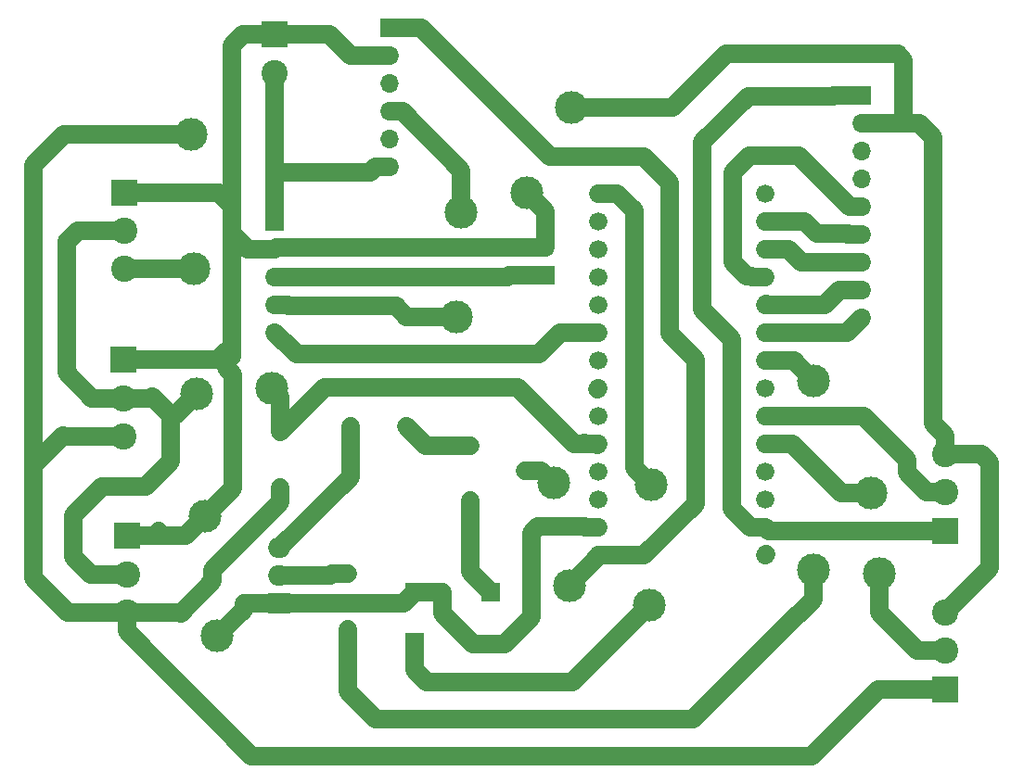
<source format=gbr>
G04 #@! TF.GenerationSoftware,KiCad,Pcbnew,5.1.4-e60b266~84~ubuntu18.04.1*
G04 #@! TF.CreationDate,2019-11-01T20:14:36-04:00*
G04 #@! TF.ProjectId,ib4,6962342e-6b69-4636-9164-5f7063625858,rev?*
G04 #@! TF.SameCoordinates,Original*
G04 #@! TF.FileFunction,Copper,L4,Bot*
G04 #@! TF.FilePolarity,Positive*
%FSLAX46Y46*%
G04 Gerber Fmt 4.6, Leading zero omitted, Abs format (unit mm)*
G04 Created by KiCad (PCBNEW 5.1.4-e60b266~84~ubuntu18.04.1) date 2019-11-01 20:14:36*
%MOMM*%
%LPD*%
G04 APERTURE LIST*
%ADD10R,1.700000X1.700000*%
%ADD11O,1.700000X1.700000*%
%ADD12C,1.300000*%
%ADD13R,1.300000X1.300000*%
%ADD14C,1.676400*%
%ADD15R,2.400000X2.400000*%
%ADD16C,2.400000*%
%ADD17R,2.000000X1.905000*%
%ADD18O,2.000000X1.905000*%
%ADD19C,1.600000*%
%ADD20O,1.600000X1.600000*%
%ADD21C,3.000000*%
%ADD22C,1.700000*%
G04 APERTURE END LIST*
D10*
X37400000Y72350000D03*
D11*
X37400000Y69810000D03*
X37400000Y67270000D03*
X37400000Y64730000D03*
X37400000Y62190000D03*
X37400000Y59650000D03*
D10*
X39700000Y16250000D03*
D12*
X49800000Y31930000D03*
X44800000Y29200000D03*
D13*
X44800000Y34200000D03*
D14*
X56493800Y57244600D03*
X56493800Y54704600D03*
X56493800Y52164600D03*
X56493800Y49624600D03*
X56493800Y47084600D03*
X56493800Y44544600D03*
X56493800Y42004600D03*
X56493800Y39464600D03*
X56493800Y36924600D03*
X56493800Y34384600D03*
X56493800Y31844600D03*
X56493800Y29304600D03*
X56493800Y26764600D03*
X56493800Y24224600D03*
X71733800Y24224600D03*
X71733800Y26764600D03*
X71733800Y29304600D03*
X71733800Y31844600D03*
X71733800Y34384600D03*
X71733800Y36924600D03*
X71733800Y39464600D03*
X71733800Y42004600D03*
X71733800Y44544600D03*
X71733800Y47084600D03*
X71733800Y49624600D03*
X71733800Y52164600D03*
X71733800Y54704600D03*
X71733800Y57244600D03*
D10*
X51650000Y49750000D03*
D11*
X51650000Y52290000D03*
D10*
X46700000Y20800000D03*
D15*
X13450000Y25950000D03*
D16*
X13450000Y22450000D03*
X13450000Y18950000D03*
X13150000Y35050000D03*
X13150000Y38550000D03*
D15*
X13150000Y42050000D03*
X13250000Y57350000D03*
D16*
X13250000Y53850000D03*
X13250000Y50350000D03*
D15*
X88150000Y11950000D03*
D16*
X88150000Y15450000D03*
X88150000Y18950000D03*
X88150000Y33450000D03*
X88150000Y29950000D03*
D15*
X88150000Y26450000D03*
D17*
X27400000Y19800000D03*
D18*
X27400000Y22340000D03*
X27400000Y24880000D03*
D19*
X33650000Y22500000D03*
D20*
X33650000Y17420000D03*
D19*
X38950000Y35950000D03*
D20*
X33870000Y35950000D03*
X27450000Y35480000D03*
D19*
X27450000Y30400000D03*
D10*
X26950000Y54650000D03*
D11*
X26950000Y52110000D03*
X26950000Y49570000D03*
X26950000Y47030000D03*
X26950000Y44490000D03*
D10*
X80500000Y66200000D03*
D11*
X80500000Y63660000D03*
X80500000Y61120000D03*
X80500000Y58580000D03*
X80500000Y56040000D03*
X80500000Y53500000D03*
X80500000Y50960000D03*
X80500000Y48420000D03*
X80500000Y45880000D03*
D15*
X26950000Y71750000D03*
D16*
X26950000Y68250000D03*
D10*
X39700000Y20800000D03*
D21*
X20600000Y27750000D03*
X21700000Y16800000D03*
X54000000Y65100000D03*
X49950000Y57300000D03*
X19350000Y62650000D03*
X19550000Y50350000D03*
X53850000Y21450000D03*
X52400000Y30800000D03*
X26700000Y39450000D03*
X19850000Y38900000D03*
X82100000Y22500000D03*
X81350000Y29850000D03*
X43500000Y46000000D03*
X43950000Y55500000D03*
X76150000Y22850000D03*
X76150000Y40150000D03*
X61300000Y30600000D03*
X61100000Y19600000D03*
D22*
X56430300Y39401100D02*
X56493800Y39464600D01*
X71797300Y24288100D02*
X71733800Y24224600D01*
X24490000Y52110000D02*
X26950000Y52110000D01*
X23050000Y53550000D02*
X24490000Y52110000D01*
X26950000Y71750000D02*
X24050000Y71750000D01*
X24050000Y71750000D02*
X23050000Y70750000D01*
X27130000Y52290000D02*
X26950000Y52110000D01*
X48350000Y52290000D02*
X47890000Y52290000D01*
X50447919Y52290000D02*
X47890000Y52290000D01*
X51650000Y52290000D02*
X50447919Y52290000D01*
X47890000Y52290000D02*
X27130000Y52290000D01*
X23050000Y70750000D02*
X23050000Y58150000D01*
X88150000Y33450000D02*
X91450000Y33450000D01*
X91450000Y33450000D02*
X92250000Y32650000D01*
X92250000Y23050000D02*
X88150000Y18950000D01*
X92250000Y32650000D02*
X92250000Y23050000D01*
X22550000Y42850000D02*
X23050000Y42350000D01*
X23050000Y42350000D02*
X23050000Y58150000D01*
X13250000Y57350000D02*
X21850000Y57350000D01*
X21850000Y57350000D02*
X23050000Y56150000D01*
X23050000Y58150000D02*
X23050000Y56150000D01*
X23050000Y56150000D02*
X23050000Y53550000D01*
X21750000Y42050000D02*
X13150000Y42050000D01*
X22550000Y42850000D02*
X21750000Y42050000D01*
X24150000Y19800000D02*
X27400000Y19800000D01*
X38700000Y19800000D02*
X27400000Y19800000D01*
X39700000Y20800000D02*
X38700000Y19800000D01*
X16350000Y25950000D02*
X13450000Y25950000D01*
X22550000Y42850000D02*
X22550000Y41300000D01*
X22550000Y41300000D02*
X23150000Y40700000D01*
X23150000Y40700000D02*
X23150000Y33250000D01*
X16350000Y26450000D02*
X16350000Y25950000D01*
X23150000Y33250000D02*
X23150000Y30300000D01*
X23150000Y30300000D02*
X20600000Y27750000D01*
X24150000Y19800000D02*
X24150000Y19250000D01*
X24150000Y19250000D02*
X21700000Y16800000D01*
X18800000Y25950000D02*
X20600000Y27750000D01*
X16350000Y25950000D02*
X18800000Y25950000D01*
X42250000Y20800000D02*
X39700000Y20800000D01*
X42250000Y18900000D02*
X42250000Y20800000D01*
X45050000Y16100000D02*
X42250000Y18900000D01*
X47950000Y16100000D02*
X45050000Y16100000D01*
X56493800Y26764600D02*
X55308407Y26764600D01*
X55308407Y26764600D02*
X55223007Y26850000D01*
X50350000Y26250000D02*
X50350000Y18500000D01*
X50350000Y18500000D02*
X47950000Y16100000D01*
X55223007Y26850000D02*
X50950000Y26850000D01*
X50950000Y26850000D02*
X50350000Y26250000D01*
X37400000Y69810000D02*
X33840000Y69810000D01*
X31900000Y71750000D02*
X26950000Y71750000D01*
X33840000Y69810000D02*
X31900000Y71750000D01*
X87050000Y36247056D02*
X88150000Y35147056D01*
X87050000Y62350000D02*
X87050000Y36247056D01*
X88150000Y35147056D02*
X88150000Y33450000D01*
X85740000Y63660000D02*
X87050000Y62350000D01*
X83800000Y70000000D02*
X68150000Y70000000D01*
X68150000Y70000000D02*
X63250000Y65100000D01*
X63250000Y65100000D02*
X54000000Y65100000D01*
X51650000Y52290000D02*
X51650000Y55600000D01*
X51650000Y55600000D02*
X49950000Y57300000D01*
X84360000Y69440000D02*
X83800000Y70000000D01*
X84360000Y63660000D02*
X84360000Y69440000D01*
X84360000Y63660000D02*
X85740000Y63660000D01*
X80500000Y63660000D02*
X84360000Y63660000D01*
X73835400Y52164600D02*
X71733800Y52164600D01*
X75050000Y50950000D02*
X73835400Y52164600D01*
X79287919Y50950000D02*
X75050000Y50950000D01*
X80500000Y50960000D02*
X79297919Y50960000D01*
X79297919Y50960000D02*
X79287919Y50950000D01*
X75295400Y54704600D02*
X71733800Y54704600D01*
X76450000Y53550000D02*
X75295400Y54704600D01*
X79247919Y53550000D02*
X76450000Y53550000D01*
X80500000Y53500000D02*
X79297919Y53500000D01*
X79297919Y53500000D02*
X79247919Y53550000D01*
X70548407Y49624600D02*
X71733800Y49624600D01*
X68750000Y50950000D02*
X70000000Y49700000D01*
X74784938Y60700000D02*
X70250000Y60700000D01*
X70000000Y49700000D02*
X70473007Y49700000D01*
X70250000Y60700000D02*
X68750000Y59200000D01*
X70473007Y49700000D02*
X70548407Y49624600D01*
X68750000Y59200000D02*
X68750000Y50950000D01*
X79444938Y56040000D02*
X74784938Y60700000D01*
X80500000Y56040000D02*
X79444938Y56040000D01*
X72048400Y26450000D02*
X71733800Y26764600D01*
X88150000Y11950000D02*
X82050000Y11950000D01*
X88150000Y26450000D02*
X75150000Y26450000D01*
X75150000Y26450000D02*
X72048400Y26450000D01*
X13450000Y18950000D02*
X8050000Y18950000D01*
X8050000Y18950000D02*
X4950000Y22050000D01*
X4950000Y22050000D02*
X4950000Y32450000D01*
X4950000Y32450000D02*
X7650000Y35150000D01*
X7750000Y35050000D02*
X13150000Y35050000D01*
X7650000Y35150000D02*
X7750000Y35050000D01*
X4950000Y32450000D02*
X4950000Y58750000D01*
X4950000Y58750000D02*
X4950000Y59650000D01*
X4950000Y58750000D02*
X4950000Y59850000D01*
X4950000Y59850000D02*
X7750000Y62650000D01*
X7750000Y62650000D02*
X19350000Y62650000D01*
X13250000Y50350000D02*
X19550000Y50350000D01*
X27450000Y30400000D02*
X27450000Y29000000D01*
X27450000Y29000000D02*
X21300000Y22850000D01*
X21300000Y22850000D02*
X21300000Y21800000D01*
X21300000Y21800000D02*
X18400000Y18900000D01*
X18350000Y18950000D02*
X13450000Y18950000D01*
X18400000Y18900000D02*
X18350000Y18950000D01*
X70335400Y26764600D02*
X71733800Y26764600D01*
X68700000Y43950000D02*
X68700000Y28400000D01*
X66000000Y46650000D02*
X68700000Y43950000D01*
X68700000Y28400000D02*
X70335400Y26764600D01*
X66000000Y61950000D02*
X66000000Y46650000D01*
X70200000Y66150000D02*
X66000000Y61950000D01*
X13450000Y17252944D02*
X24852944Y5850000D01*
X13450000Y18950000D02*
X13450000Y17252944D01*
X75950000Y5850000D02*
X82050000Y11950000D01*
X24852944Y5850000D02*
X75950000Y5850000D01*
X77900000Y66150000D02*
X70200000Y66150000D01*
X80500000Y66200000D02*
X77950000Y66200000D01*
X77950000Y66200000D02*
X77900000Y66150000D01*
X26950000Y49570000D02*
X48170000Y49570000D01*
X48350000Y49750000D02*
X48170000Y49570000D01*
X51650000Y49750000D02*
X48350000Y49750000D01*
X26950000Y59150000D02*
X26950000Y54650000D01*
X36197919Y59650000D02*
X35697919Y59150000D01*
X35697919Y59150000D02*
X26950000Y59150000D01*
X37400000Y59650000D02*
X36197919Y59650000D01*
X26950000Y68250000D02*
X26950000Y59150000D01*
X56493800Y24224600D02*
X56493800Y24093800D01*
X56493800Y24093800D02*
X53850000Y21450000D01*
X49800000Y31930000D02*
X51270000Y31930000D01*
X51270000Y31930000D02*
X52400000Y30800000D01*
X63000000Y58250000D02*
X63000000Y44450000D01*
X63000000Y44450000D02*
X65350000Y42100000D01*
X65350000Y42100000D02*
X65350000Y28900000D01*
X57679193Y24224600D02*
X56493800Y24224600D01*
X60674600Y24224600D02*
X57679193Y24224600D01*
X65350000Y28900000D02*
X60674600Y24224600D01*
X37400000Y72350000D02*
X40350000Y72350000D01*
X40350000Y72350000D02*
X52050000Y60650000D01*
X60600000Y60650000D02*
X60775000Y60475000D01*
X52050000Y60650000D02*
X60600000Y60650000D01*
X60775000Y60475000D02*
X63000000Y58250000D01*
X56430300Y34321100D02*
X56493800Y34384600D01*
X13450000Y22450000D02*
X10150000Y22450000D01*
X10150000Y22450000D02*
X8550000Y24050000D01*
X8550000Y24050000D02*
X8550000Y27850000D01*
X8550000Y27850000D02*
X11150000Y30450000D01*
X11150000Y30450000D02*
X15150000Y30450000D01*
X15150000Y30450000D02*
X17450000Y32750000D01*
X17450000Y32750000D02*
X17450000Y36950000D01*
X17450000Y36950000D02*
X15750000Y38650000D01*
X15650000Y38550000D02*
X13150000Y38550000D01*
X15750000Y38650000D02*
X15650000Y38550000D01*
X8950000Y53850000D02*
X13250000Y53850000D01*
X7950000Y52950000D02*
X8050000Y52950000D01*
X7950000Y40850000D02*
X7950000Y52950000D01*
X13150000Y38550000D02*
X10250000Y38550000D01*
X8050000Y52950000D02*
X8950000Y53850000D01*
X10250000Y38550000D02*
X7950000Y40850000D01*
X17450000Y36950000D02*
X17900000Y36950000D01*
X17900000Y36950000D02*
X19850000Y38900000D01*
X27450000Y38700000D02*
X26700000Y39450000D01*
X27450000Y35480000D02*
X27450000Y38700000D01*
X55308407Y34384600D02*
X55243007Y34450000D01*
X56493800Y34384600D02*
X55308407Y34384600D01*
X27450000Y35480000D02*
X31520000Y39550000D01*
X31520000Y39550000D02*
X49150000Y39550000D01*
X54315400Y34384600D02*
X55308407Y34384600D01*
X49150000Y39550000D02*
X54315400Y34384600D01*
X82100000Y19000000D02*
X82100000Y22500000D01*
X88150000Y15450000D02*
X85650000Y15450000D01*
X85650000Y15450000D02*
X82100000Y19000000D01*
X78650000Y29850000D02*
X81350000Y29850000D01*
X74150000Y34350000D02*
X78650000Y29850000D01*
X72953793Y34350000D02*
X74150000Y34350000D01*
X71733800Y34384600D02*
X72919193Y34384600D01*
X72919193Y34384600D02*
X72953793Y34350000D01*
X88150000Y29950000D02*
X86452944Y29950000D01*
X71733800Y36924600D02*
X80725400Y36924600D01*
X80725400Y36924600D02*
X84700000Y32950000D01*
X84700000Y31702944D02*
X86452944Y29950000D01*
X84700000Y32950000D02*
X84700000Y31702944D01*
X28152081Y47030000D02*
X28232081Y46950000D01*
X26950000Y47030000D02*
X28152081Y47030000D01*
X28232081Y46950000D02*
X31650000Y46950000D01*
X31650000Y46950000D02*
X38050000Y46950000D01*
X38050000Y46950000D02*
X39000000Y46000000D01*
X39000000Y46000000D02*
X43500000Y46000000D01*
X43950000Y59382081D02*
X43950000Y55500000D01*
X37400000Y64730000D02*
X38602081Y64730000D01*
X38602081Y64730000D02*
X43950000Y59382081D01*
X27859999Y43640001D02*
X27799999Y43640001D01*
X27799999Y43640001D02*
X26950000Y44490000D01*
X28950000Y42550000D02*
X27859999Y43640001D01*
X56493800Y44544600D02*
X53044600Y44544600D01*
X51050000Y42550000D02*
X28950000Y42550000D01*
X53044600Y44544600D02*
X51050000Y42550000D01*
X33650000Y11800000D02*
X33650000Y17420000D01*
X36200000Y9250000D02*
X33650000Y11800000D01*
X74650001Y18750001D02*
X65150000Y9250000D01*
X65150000Y9250000D02*
X36200000Y9250000D01*
X74650001Y18750001D02*
X74750001Y18750001D01*
X72923793Y42000000D02*
X73450000Y42000000D01*
X73450000Y42000000D02*
X73500000Y41950000D01*
X71733800Y42004600D02*
X72919193Y42004600D01*
X72919193Y42004600D02*
X72923793Y42000000D01*
X74350000Y41950000D02*
X76150000Y40150000D01*
X73500000Y41950000D02*
X74350000Y41950000D01*
X72923793Y42000000D02*
X73650000Y42000000D01*
X74750001Y18750001D02*
X76150000Y20150000D01*
X76150000Y20150000D02*
X76150000Y22850000D01*
X79164600Y44544600D02*
X71733800Y44544600D01*
X80500000Y45880000D02*
X79164600Y44544600D01*
X71825300Y47176100D02*
X71733800Y47084600D01*
X71733800Y47084600D02*
X77134600Y47084600D01*
X77134600Y47084600D02*
X78470000Y48420000D01*
X78470000Y48420000D02*
X80500000Y48420000D01*
X32040000Y22340000D02*
X27400000Y22340000D01*
X32200000Y22500000D02*
X33650000Y22500000D01*
X32040000Y22340000D02*
X32200000Y22500000D01*
X33870000Y31350000D02*
X27400000Y24880000D01*
X33870000Y35950000D02*
X33870000Y31350000D01*
X44800000Y22700000D02*
X46700000Y20800000D01*
X44800000Y29200000D02*
X44800000Y22700000D01*
X40700000Y34200000D02*
X38950000Y35950000D01*
X44800000Y34200000D02*
X40700000Y34200000D01*
X39700000Y13700000D02*
X40800000Y12600000D01*
X39700000Y16250000D02*
X39700000Y13700000D01*
X40800000Y12600000D02*
X53200000Y12600000D01*
X56493800Y57244600D02*
X58205400Y57244600D01*
X58205400Y57244600D02*
X59750000Y55700000D01*
X59750000Y55700000D02*
X59750000Y32150000D01*
X59750000Y32150000D02*
X61300000Y30600000D01*
X53200000Y12600000D02*
X54100000Y12600000D01*
X54100000Y12600000D02*
X61100000Y19600000D01*
M02*

</source>
